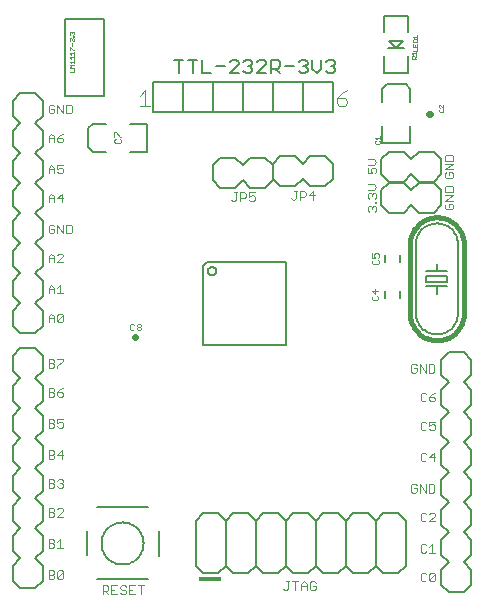
<source format=gto>
G75*
G70*
%OFA0B0*%
%FSLAX24Y24*%
%IPPOS*%
%LPD*%
%AMOC8*
5,1,8,0,0,1.08239X$1,22.5*
%
%ADD10C,0.0030*%
%ADD11C,0.0040*%
%ADD12R,0.0720X0.0160*%
%ADD13C,0.0060*%
%ADD14C,0.0160*%
%ADD15C,0.0020*%
%ADD16C,0.0080*%
%ADD17C,0.0010*%
%ADD18C,0.0220*%
%ADD19C,0.0050*%
D10*
X002341Y000956D02*
X002486Y000956D01*
X002535Y001004D01*
X002535Y001053D01*
X002486Y001101D01*
X002341Y001101D01*
X002341Y000956D02*
X002341Y001246D01*
X002486Y001246D01*
X002535Y001198D01*
X002535Y001150D01*
X002486Y001101D01*
X002636Y001004D02*
X002829Y001198D01*
X002829Y001004D01*
X002781Y000956D01*
X002684Y000956D01*
X002636Y001004D01*
X002636Y001198D01*
X002684Y001246D01*
X002781Y001246D01*
X002829Y001198D01*
X002829Y001996D02*
X002636Y001996D01*
X002733Y001996D02*
X002733Y002286D01*
X002636Y002190D01*
X002535Y002190D02*
X002535Y002238D01*
X002486Y002286D01*
X002341Y002286D01*
X002341Y001996D01*
X002486Y001996D01*
X002535Y002044D01*
X002535Y002093D01*
X002486Y002141D01*
X002341Y002141D01*
X002486Y002141D02*
X002535Y002190D01*
X002486Y003036D02*
X002341Y003036D01*
X002341Y003326D01*
X002486Y003326D01*
X002535Y003278D01*
X002535Y003230D01*
X002486Y003181D01*
X002341Y003181D01*
X002486Y003181D02*
X002535Y003133D01*
X002535Y003084D01*
X002486Y003036D01*
X002636Y003036D02*
X002829Y003230D01*
X002829Y003278D01*
X002781Y003326D01*
X002684Y003326D01*
X002636Y003278D01*
X002636Y003036D02*
X002829Y003036D01*
X002781Y003996D02*
X002684Y003996D01*
X002636Y004044D01*
X002535Y004044D02*
X002535Y004093D01*
X002486Y004141D01*
X002341Y004141D01*
X002341Y003996D02*
X002486Y003996D01*
X002535Y004044D01*
X002486Y004141D02*
X002535Y004190D01*
X002535Y004238D01*
X002486Y004286D01*
X002341Y004286D01*
X002341Y003996D01*
X002636Y004238D02*
X002684Y004286D01*
X002781Y004286D01*
X002829Y004238D01*
X002829Y004190D01*
X002781Y004141D01*
X002829Y004093D01*
X002829Y004044D01*
X002781Y003996D01*
X002781Y004141D02*
X002733Y004141D01*
X002781Y004956D02*
X002781Y005246D01*
X002636Y005101D01*
X002829Y005101D01*
X002535Y005053D02*
X002535Y005004D01*
X002486Y004956D01*
X002341Y004956D01*
X002341Y005246D01*
X002486Y005246D01*
X002535Y005198D01*
X002535Y005150D01*
X002486Y005101D01*
X002341Y005101D01*
X002486Y005101D02*
X002535Y005053D01*
X002486Y005996D02*
X002341Y005996D01*
X002341Y006286D01*
X002486Y006286D01*
X002535Y006238D01*
X002535Y006190D01*
X002486Y006141D01*
X002341Y006141D01*
X002486Y006141D02*
X002535Y006093D01*
X002535Y006044D01*
X002486Y005996D01*
X002636Y006044D02*
X002684Y005996D01*
X002781Y005996D01*
X002829Y006044D01*
X002829Y006141D01*
X002781Y006190D01*
X002733Y006190D01*
X002636Y006141D01*
X002636Y006286D01*
X002829Y006286D01*
X002781Y007036D02*
X002684Y007036D01*
X002636Y007084D01*
X002636Y007181D01*
X002781Y007181D01*
X002829Y007133D01*
X002829Y007084D01*
X002781Y007036D01*
X002636Y007181D02*
X002733Y007278D01*
X002829Y007326D01*
X002535Y007278D02*
X002535Y007230D01*
X002486Y007181D01*
X002341Y007181D01*
X002341Y007036D02*
X002486Y007036D01*
X002535Y007084D01*
X002535Y007133D01*
X002486Y007181D01*
X002535Y007278D02*
X002486Y007326D01*
X002341Y007326D01*
X002341Y007036D01*
X002341Y007996D02*
X002486Y007996D01*
X002535Y008044D01*
X002535Y008093D01*
X002486Y008141D01*
X002341Y008141D01*
X002341Y007996D02*
X002341Y008286D01*
X002486Y008286D01*
X002535Y008238D01*
X002535Y008190D01*
X002486Y008141D01*
X002636Y008044D02*
X002636Y007996D01*
X002636Y008044D02*
X002829Y008238D01*
X002829Y008286D01*
X002636Y008286D01*
X002684Y009516D02*
X002636Y009564D01*
X002829Y009758D01*
X002829Y009564D01*
X002781Y009516D01*
X002684Y009516D01*
X002636Y009564D02*
X002636Y009758D01*
X002684Y009806D01*
X002781Y009806D01*
X002829Y009758D01*
X002535Y009710D02*
X002535Y009516D01*
X002535Y009661D02*
X002341Y009661D01*
X002341Y009710D02*
X002438Y009806D01*
X002535Y009710D01*
X002341Y009710D02*
X002341Y009516D01*
X002341Y010476D02*
X002341Y010670D01*
X002438Y010766D01*
X002535Y010670D01*
X002535Y010476D01*
X002636Y010476D02*
X002829Y010476D01*
X002733Y010476D02*
X002733Y010766D01*
X002636Y010670D01*
X002535Y010621D02*
X002341Y010621D01*
X002341Y011516D02*
X002341Y011710D01*
X002438Y011806D01*
X002535Y011710D01*
X002535Y011516D01*
X002636Y011516D02*
X002829Y011710D01*
X002829Y011758D01*
X002781Y011806D01*
X002684Y011806D01*
X002636Y011758D01*
X002535Y011661D02*
X002341Y011661D01*
X002636Y011516D02*
X002829Y011516D01*
X002829Y012476D02*
X002829Y012766D01*
X002931Y012766D02*
X002931Y012476D01*
X003076Y012476D01*
X003124Y012524D01*
X003124Y012718D01*
X003076Y012766D01*
X002931Y012766D01*
X002636Y012766D02*
X002829Y012476D01*
X002636Y012476D02*
X002636Y012766D01*
X002535Y012718D02*
X002486Y012766D01*
X002390Y012766D01*
X002341Y012718D01*
X002341Y012524D01*
X002390Y012476D01*
X002486Y012476D01*
X002535Y012524D01*
X002535Y012621D01*
X002438Y012621D01*
X002341Y013516D02*
X002341Y013710D01*
X002438Y013806D01*
X002535Y013710D01*
X002535Y013516D01*
X002535Y013661D02*
X002341Y013661D01*
X002636Y013661D02*
X002829Y013661D01*
X002781Y013516D02*
X002781Y013806D01*
X002636Y013661D01*
X002684Y014476D02*
X002636Y014524D01*
X002684Y014476D02*
X002781Y014476D01*
X002829Y014524D01*
X002829Y014621D01*
X002781Y014670D01*
X002733Y014670D01*
X002636Y014621D01*
X002636Y014766D01*
X002829Y014766D01*
X002535Y014670D02*
X002535Y014476D01*
X002535Y014621D02*
X002341Y014621D01*
X002341Y014670D02*
X002438Y014766D01*
X002535Y014670D01*
X002341Y014670D02*
X002341Y014476D01*
X002341Y015516D02*
X002341Y015710D01*
X002438Y015806D01*
X002535Y015710D01*
X002535Y015516D01*
X002636Y015564D02*
X002636Y015661D01*
X002781Y015661D01*
X002829Y015613D01*
X002829Y015564D01*
X002781Y015516D01*
X002684Y015516D01*
X002636Y015564D01*
X002636Y015661D02*
X002733Y015758D01*
X002829Y015806D01*
X002535Y015661D02*
X002341Y015661D01*
X002390Y016476D02*
X002341Y016524D01*
X002341Y016718D01*
X002390Y016766D01*
X002486Y016766D01*
X002535Y016718D01*
X002535Y016621D02*
X002438Y016621D01*
X002535Y016621D02*
X002535Y016524D01*
X002486Y016476D01*
X002390Y016476D01*
X002636Y016476D02*
X002636Y016766D01*
X002829Y016476D01*
X002829Y016766D01*
X002931Y016766D02*
X002931Y016476D01*
X003076Y016476D01*
X003124Y016524D01*
X003124Y016718D01*
X003076Y016766D01*
X002931Y016766D01*
X008431Y013604D02*
X008480Y013556D01*
X008528Y013556D01*
X008576Y013604D01*
X008576Y013846D01*
X008528Y013846D02*
X008625Y013846D01*
X008726Y013846D02*
X008871Y013846D01*
X008919Y013798D01*
X008919Y013701D01*
X008871Y013653D01*
X008726Y013653D01*
X008726Y013556D02*
X008726Y013846D01*
X009021Y013846D02*
X009021Y013701D01*
X009117Y013750D01*
X009166Y013750D01*
X009214Y013701D01*
X009214Y013604D01*
X009166Y013556D01*
X009069Y013556D01*
X009021Y013604D01*
X009021Y013846D02*
X009214Y013846D01*
X010431Y013644D02*
X010480Y013596D01*
X010528Y013596D01*
X010576Y013644D01*
X010576Y013886D01*
X010528Y013886D02*
X010625Y013886D01*
X010726Y013886D02*
X010726Y013596D01*
X010726Y013693D02*
X010871Y013693D01*
X010919Y013741D01*
X010919Y013838D01*
X010871Y013886D01*
X010726Y013886D01*
X011021Y013741D02*
X011214Y013741D01*
X011166Y013596D02*
X011166Y013886D01*
X011021Y013741D01*
X012981Y013783D02*
X013029Y013832D01*
X013078Y013832D01*
X013126Y013783D01*
X013175Y013832D01*
X013223Y013832D01*
X013271Y013783D01*
X013271Y013686D01*
X013223Y013638D01*
X013223Y013539D02*
X013271Y013539D01*
X013271Y013491D01*
X013223Y013491D01*
X013223Y013539D01*
X013223Y013390D02*
X013175Y013390D01*
X013126Y013341D01*
X013126Y013293D01*
X013126Y013341D02*
X013078Y013390D01*
X013029Y013390D01*
X012981Y013341D01*
X012981Y013244D01*
X013029Y013196D01*
X013223Y013196D02*
X013271Y013244D01*
X013271Y013341D01*
X013223Y013390D01*
X013126Y013735D02*
X013126Y013783D01*
X012981Y013783D02*
X012981Y013686D01*
X013029Y013638D01*
X012981Y013933D02*
X013175Y013933D01*
X013271Y014029D01*
X013175Y014126D01*
X012981Y014126D01*
X012981Y014476D02*
X013126Y014476D01*
X013078Y014573D01*
X013078Y014621D01*
X013126Y014670D01*
X013223Y014670D01*
X013271Y014621D01*
X013271Y014524D01*
X013223Y014476D01*
X013175Y014771D02*
X013271Y014867D01*
X013175Y014964D01*
X012981Y014964D01*
X012981Y014771D02*
X013175Y014771D01*
X012981Y014670D02*
X012981Y014476D01*
X015541Y014461D02*
X015541Y014364D01*
X015589Y014316D01*
X015783Y014316D01*
X015831Y014364D01*
X015831Y014461D01*
X015783Y014510D01*
X015686Y014510D01*
X015686Y014413D01*
X015589Y014510D02*
X015541Y014461D01*
X015541Y014611D02*
X015831Y014804D01*
X015541Y014804D01*
X015541Y014905D02*
X015541Y015051D01*
X015589Y015099D01*
X015783Y015099D01*
X015831Y015051D01*
X015831Y014905D01*
X015541Y014905D01*
X015541Y014611D02*
X015831Y014611D01*
X015783Y014059D02*
X015589Y014059D01*
X015541Y014011D01*
X015541Y013865D01*
X015831Y013865D01*
X015831Y014011D01*
X015783Y014059D01*
X015831Y013764D02*
X015541Y013764D01*
X015541Y013571D02*
X015831Y013764D01*
X015831Y013571D02*
X015541Y013571D01*
X015589Y013470D02*
X015541Y013421D01*
X015541Y013324D01*
X015589Y013276D01*
X015783Y013276D01*
X015831Y013324D01*
X015831Y013421D01*
X015783Y013470D01*
X015686Y013470D01*
X015686Y013373D01*
X015156Y008126D02*
X015011Y008126D01*
X015011Y007836D01*
X015156Y007836D01*
X015204Y007884D01*
X015204Y008078D01*
X015156Y008126D01*
X014909Y008126D02*
X014909Y007836D01*
X014716Y008126D01*
X014716Y007836D01*
X014615Y007884D02*
X014615Y007981D01*
X014518Y007981D01*
X014421Y008078D02*
X014421Y007884D01*
X014470Y007836D01*
X014566Y007836D01*
X014615Y007884D01*
X014615Y008078D02*
X014566Y008126D01*
X014470Y008126D01*
X014421Y008078D01*
X014790Y007166D02*
X014741Y007118D01*
X014741Y006924D01*
X014790Y006876D01*
X014886Y006876D01*
X014935Y006924D01*
X015036Y006924D02*
X015084Y006876D01*
X015181Y006876D01*
X015229Y006924D01*
X015229Y006973D01*
X015181Y007021D01*
X015036Y007021D01*
X015036Y006924D01*
X015036Y007021D02*
X015133Y007118D01*
X015229Y007166D01*
X014935Y007118D02*
X014886Y007166D01*
X014790Y007166D01*
X014790Y006206D02*
X014741Y006158D01*
X014741Y005964D01*
X014790Y005916D01*
X014886Y005916D01*
X014935Y005964D01*
X015036Y005964D02*
X015084Y005916D01*
X015181Y005916D01*
X015229Y005964D01*
X015229Y006061D01*
X015181Y006110D01*
X015133Y006110D01*
X015036Y006061D01*
X015036Y006206D01*
X015229Y006206D01*
X014935Y006158D02*
X014886Y006206D01*
X014790Y006206D01*
X014790Y005166D02*
X014741Y005118D01*
X014741Y004924D01*
X014790Y004876D01*
X014886Y004876D01*
X014935Y004924D01*
X015036Y005021D02*
X015229Y005021D01*
X015181Y004876D02*
X015181Y005166D01*
X015036Y005021D01*
X014935Y005118D02*
X014886Y005166D01*
X014790Y005166D01*
X014716Y004126D02*
X014909Y003836D01*
X014909Y004126D01*
X015011Y004126D02*
X015156Y004126D01*
X015204Y004078D01*
X015204Y003884D01*
X015156Y003836D01*
X015011Y003836D01*
X015011Y004126D01*
X014716Y004126D02*
X014716Y003836D01*
X014615Y003884D02*
X014615Y003981D01*
X014518Y003981D01*
X014421Y003884D02*
X014470Y003836D01*
X014566Y003836D01*
X014615Y003884D01*
X014421Y003884D02*
X014421Y004078D01*
X014470Y004126D01*
X014566Y004126D01*
X014615Y004078D01*
X014790Y003166D02*
X014741Y003118D01*
X014741Y002924D01*
X014790Y002876D01*
X014886Y002876D01*
X014935Y002924D01*
X015036Y002876D02*
X015229Y003070D01*
X015229Y003118D01*
X015181Y003166D01*
X015084Y003166D01*
X015036Y003118D01*
X014935Y003118D02*
X014886Y003166D01*
X014790Y003166D01*
X015036Y002876D02*
X015229Y002876D01*
X015133Y002126D02*
X015036Y002030D01*
X014935Y002078D02*
X014886Y002126D01*
X014790Y002126D01*
X014741Y002078D01*
X014741Y001884D01*
X014790Y001836D01*
X014886Y001836D01*
X014935Y001884D01*
X015036Y001836D02*
X015229Y001836D01*
X015133Y001836D02*
X015133Y002126D01*
X015084Y001166D02*
X015181Y001166D01*
X015229Y001118D01*
X015036Y000924D01*
X015084Y000876D01*
X015181Y000876D01*
X015229Y000924D01*
X015229Y001118D01*
X015084Y001166D02*
X015036Y001118D01*
X015036Y000924D01*
X014935Y000924D02*
X014886Y000876D01*
X014790Y000876D01*
X014741Y000924D01*
X014741Y001118D01*
X014790Y001166D01*
X014886Y001166D01*
X014935Y001118D01*
X011240Y000828D02*
X011192Y000876D01*
X011095Y000876D01*
X011047Y000828D01*
X011047Y000634D01*
X011095Y000586D01*
X011192Y000586D01*
X011240Y000634D01*
X011240Y000731D01*
X011143Y000731D01*
X010945Y000731D02*
X010752Y000731D01*
X010752Y000780D02*
X010849Y000876D01*
X010945Y000780D01*
X010945Y000586D01*
X010752Y000586D02*
X010752Y000780D01*
X010651Y000876D02*
X010457Y000876D01*
X010554Y000876D02*
X010554Y000586D01*
X010308Y000634D02*
X010308Y000876D01*
X010356Y000876D02*
X010259Y000876D01*
X010308Y000634D02*
X010259Y000586D01*
X010211Y000586D01*
X010163Y000634D01*
X005513Y000746D02*
X005320Y000746D01*
X005417Y000746D02*
X005417Y000456D01*
X005219Y000456D02*
X005025Y000456D01*
X005025Y000746D01*
X005219Y000746D01*
X005122Y000601D02*
X005025Y000601D01*
X004924Y000553D02*
X004924Y000504D01*
X004876Y000456D01*
X004779Y000456D01*
X004731Y000504D01*
X004779Y000601D02*
X004731Y000650D01*
X004731Y000698D01*
X004779Y000746D01*
X004876Y000746D01*
X004924Y000698D01*
X004876Y000601D02*
X004924Y000553D01*
X004876Y000601D02*
X004779Y000601D01*
X004629Y000456D02*
X004436Y000456D01*
X004436Y000746D01*
X004629Y000746D01*
X004533Y000601D02*
X004436Y000601D01*
X004335Y000601D02*
X004335Y000698D01*
X004286Y000746D01*
X004141Y000746D01*
X004141Y000456D01*
X004141Y000553D02*
X004286Y000553D01*
X004335Y000601D01*
X004238Y000553D02*
X004335Y000456D01*
D11*
X005386Y016721D02*
X005733Y016721D01*
X005560Y016721D02*
X005560Y017242D01*
X005386Y017068D01*
X011946Y016981D02*
X011946Y016808D01*
X012033Y016721D01*
X012206Y016721D01*
X012293Y016808D01*
X012293Y016895D01*
X012206Y016981D01*
X011946Y016981D01*
X012120Y017155D01*
X012293Y017242D01*
D12*
X007726Y000941D03*
D13*
X007496Y001141D02*
X007996Y001141D01*
X008246Y001391D01*
X008246Y002891D01*
X008496Y003141D01*
X008996Y003141D01*
X009246Y002891D01*
X009246Y001391D01*
X009496Y001141D01*
X009996Y001141D01*
X010246Y001391D01*
X010246Y002891D01*
X010496Y003141D01*
X010996Y003141D01*
X011246Y002891D01*
X011246Y001391D01*
X011496Y001141D01*
X011996Y001141D01*
X012246Y001391D01*
X012246Y002891D01*
X012496Y003141D01*
X012996Y003141D01*
X013246Y002891D01*
X013496Y003141D01*
X013996Y003141D01*
X014246Y002891D01*
X014246Y001391D01*
X013996Y001141D01*
X013496Y001141D01*
X013246Y001391D01*
X013246Y002891D01*
X012246Y002891D02*
X011996Y003141D01*
X011496Y003141D01*
X011246Y002891D01*
X010246Y002891D02*
X009996Y003141D01*
X009496Y003141D01*
X009246Y002891D01*
X008246Y002891D02*
X007996Y003141D01*
X007496Y003141D01*
X007246Y002891D01*
X007246Y001391D01*
X007496Y001141D01*
X008246Y001391D02*
X008496Y001141D01*
X008996Y001141D01*
X009246Y001391D01*
X010246Y001391D02*
X010496Y001141D01*
X010996Y001141D01*
X011246Y001391D01*
X012246Y001391D02*
X012496Y001141D01*
X012996Y001141D01*
X013246Y001391D01*
X010246Y008761D02*
X007486Y008761D01*
X007486Y011381D01*
X007626Y011521D01*
X010246Y011521D01*
X010246Y008761D01*
X007645Y011221D02*
X007647Y011244D01*
X007653Y011267D01*
X007662Y011288D01*
X007675Y011308D01*
X007691Y011325D01*
X007709Y011339D01*
X007729Y011350D01*
X007751Y011358D01*
X007774Y011362D01*
X007798Y011362D01*
X007821Y011358D01*
X007843Y011350D01*
X007863Y011339D01*
X007881Y011325D01*
X007897Y011308D01*
X007910Y011288D01*
X007919Y011267D01*
X007925Y011244D01*
X007927Y011221D01*
X007925Y011198D01*
X007919Y011175D01*
X007910Y011154D01*
X007897Y011134D01*
X007881Y011117D01*
X007863Y011103D01*
X007843Y011092D01*
X007821Y011084D01*
X007798Y011080D01*
X007774Y011080D01*
X007751Y011084D01*
X007729Y011092D01*
X007709Y011103D01*
X007691Y011117D01*
X007675Y011134D01*
X007662Y011154D01*
X007653Y011175D01*
X007647Y011198D01*
X007645Y011221D01*
X007806Y016511D02*
X006806Y016511D01*
X006806Y017511D01*
X007806Y017511D01*
X008806Y017511D01*
X009806Y017511D01*
X010806Y017511D01*
X011806Y017511D01*
X011806Y016511D01*
X010806Y016511D01*
X010806Y017511D01*
X010806Y016511D02*
X009806Y016511D01*
X009806Y017511D01*
X009806Y016511D02*
X008806Y016511D01*
X008806Y017511D01*
X007806Y017511D02*
X007806Y016511D01*
X008806Y016511D01*
X006806Y016511D02*
X005806Y016511D01*
X005806Y017511D01*
X006806Y017511D01*
X013570Y011749D02*
X013570Y011513D01*
X014043Y011513D02*
X014043Y011749D01*
X014586Y012111D02*
X014586Y009811D01*
X014588Y009760D01*
X014593Y009709D01*
X014603Y009659D01*
X014616Y009609D01*
X014632Y009561D01*
X014652Y009514D01*
X014676Y009468D01*
X014702Y009425D01*
X014732Y009383D01*
X014765Y009344D01*
X014800Y009307D01*
X014838Y009273D01*
X014879Y009242D01*
X014921Y009213D01*
X014966Y009188D01*
X015012Y009167D01*
X015060Y009148D01*
X015109Y009134D01*
X015159Y009123D01*
X015209Y009115D01*
X015260Y009111D01*
X015312Y009111D01*
X015363Y009115D01*
X015413Y009123D01*
X015463Y009134D01*
X015512Y009148D01*
X015560Y009167D01*
X015606Y009188D01*
X015651Y009213D01*
X015693Y009242D01*
X015734Y009273D01*
X015772Y009307D01*
X015807Y009344D01*
X015840Y009383D01*
X015870Y009425D01*
X015896Y009468D01*
X015920Y009514D01*
X015940Y009561D01*
X015956Y009609D01*
X015969Y009659D01*
X015979Y009709D01*
X015984Y009760D01*
X015986Y009811D01*
X015986Y012111D01*
X015984Y012162D01*
X015979Y012213D01*
X015969Y012263D01*
X015956Y012313D01*
X015940Y012361D01*
X015920Y012408D01*
X015896Y012454D01*
X015870Y012497D01*
X015840Y012539D01*
X015807Y012578D01*
X015772Y012615D01*
X015734Y012649D01*
X015693Y012680D01*
X015651Y012709D01*
X015606Y012734D01*
X015560Y012755D01*
X015512Y012774D01*
X015463Y012788D01*
X015413Y012799D01*
X015363Y012807D01*
X015312Y012811D01*
X015260Y012811D01*
X015209Y012807D01*
X015159Y012799D01*
X015109Y012788D01*
X015060Y012774D01*
X015012Y012755D01*
X014966Y012734D01*
X014921Y012709D01*
X014879Y012680D01*
X014838Y012649D01*
X014800Y012615D01*
X014765Y012578D01*
X014732Y012539D01*
X014702Y012497D01*
X014676Y012454D01*
X014652Y012408D01*
X014632Y012361D01*
X014616Y012313D01*
X014603Y012263D01*
X014593Y012213D01*
X014588Y012162D01*
X014586Y012111D01*
X015286Y011461D02*
X015286Y011211D01*
X015636Y011211D01*
X015636Y011061D02*
X015636Y010861D01*
X014936Y010861D01*
X014936Y011061D01*
X015636Y011061D01*
X015636Y010711D02*
X015286Y010711D01*
X015286Y010461D01*
X015286Y010711D02*
X014936Y010711D01*
X014936Y011211D02*
X015286Y011211D01*
X014043Y010559D02*
X014043Y010323D01*
X013570Y010323D02*
X013570Y010559D01*
D14*
X014386Y009811D02*
X014386Y012111D01*
X014388Y012170D01*
X014394Y012228D01*
X014403Y012287D01*
X014417Y012344D01*
X014434Y012400D01*
X014455Y012455D01*
X014479Y012509D01*
X014507Y012561D01*
X014538Y012611D01*
X014572Y012659D01*
X014609Y012704D01*
X014650Y012747D01*
X014693Y012788D01*
X014738Y012825D01*
X014786Y012859D01*
X014836Y012890D01*
X014888Y012918D01*
X014942Y012942D01*
X014997Y012963D01*
X015053Y012980D01*
X015110Y012994D01*
X015169Y013003D01*
X015227Y013009D01*
X015286Y013011D01*
X015345Y013009D01*
X015403Y013003D01*
X015462Y012994D01*
X015519Y012980D01*
X015575Y012963D01*
X015630Y012942D01*
X015684Y012918D01*
X015736Y012890D01*
X015786Y012859D01*
X015834Y012825D01*
X015879Y012788D01*
X015922Y012747D01*
X015963Y012704D01*
X016000Y012659D01*
X016034Y012611D01*
X016065Y012561D01*
X016093Y012509D01*
X016117Y012455D01*
X016138Y012400D01*
X016155Y012344D01*
X016169Y012287D01*
X016178Y012228D01*
X016184Y012170D01*
X016186Y012111D01*
X016186Y009811D01*
X016184Y009752D01*
X016178Y009694D01*
X016169Y009635D01*
X016155Y009578D01*
X016138Y009522D01*
X016117Y009467D01*
X016093Y009413D01*
X016065Y009361D01*
X016034Y009311D01*
X016000Y009263D01*
X015963Y009218D01*
X015922Y009175D01*
X015879Y009134D01*
X015834Y009097D01*
X015786Y009063D01*
X015736Y009032D01*
X015684Y009004D01*
X015630Y008980D01*
X015575Y008959D01*
X015519Y008942D01*
X015462Y008928D01*
X015403Y008919D01*
X015345Y008913D01*
X015286Y008911D01*
X015227Y008913D01*
X015169Y008919D01*
X015110Y008928D01*
X015053Y008942D01*
X014997Y008959D01*
X014942Y008980D01*
X014888Y009004D01*
X014836Y009032D01*
X014786Y009063D01*
X014738Y009097D01*
X014693Y009134D01*
X014650Y009175D01*
X014609Y009218D01*
X014572Y009263D01*
X014538Y009311D01*
X014507Y009361D01*
X014479Y009413D01*
X014455Y009467D01*
X014434Y009522D01*
X014417Y009578D01*
X014403Y009635D01*
X014394Y009694D01*
X014388Y009752D01*
X014386Y009811D01*
D15*
X013336Y010278D02*
X013336Y010351D01*
X013300Y010388D01*
X013226Y010462D02*
X013226Y010609D01*
X013336Y010572D02*
X013116Y010572D01*
X013226Y010462D01*
X013153Y010388D02*
X013116Y010351D01*
X013116Y010278D01*
X013153Y010241D01*
X013300Y010241D01*
X013336Y010278D01*
X013310Y011441D02*
X013163Y011441D01*
X013126Y011478D01*
X013126Y011551D01*
X013163Y011588D01*
X013126Y011662D02*
X013236Y011662D01*
X013200Y011735D01*
X013200Y011772D01*
X013236Y011809D01*
X013310Y011809D01*
X013346Y011772D01*
X013346Y011699D01*
X013310Y011662D01*
X013310Y011588D02*
X013346Y011551D01*
X013346Y011478D01*
X013310Y011441D01*
X013126Y011662D02*
X013126Y011809D01*
X005424Y009435D02*
X005424Y009398D01*
X005387Y009361D01*
X005314Y009361D01*
X005277Y009398D01*
X005277Y009435D01*
X005314Y009471D01*
X005387Y009471D01*
X005424Y009435D01*
X005387Y009361D02*
X005424Y009324D01*
X005424Y009288D01*
X005387Y009251D01*
X005314Y009251D01*
X005277Y009288D01*
X005277Y009324D01*
X005314Y009361D01*
X005203Y009288D02*
X005166Y009251D01*
X005093Y009251D01*
X005056Y009288D01*
X005056Y009435D01*
X005093Y009471D01*
X005166Y009471D01*
X005203Y009435D01*
X004720Y015481D02*
X004573Y015481D01*
X004536Y015518D01*
X004536Y015591D01*
X004573Y015628D01*
X004536Y015702D02*
X004536Y015849D01*
X004573Y015849D01*
X004720Y015702D01*
X004756Y015702D01*
X004720Y015628D02*
X004756Y015591D01*
X004756Y015518D01*
X004720Y015481D01*
D16*
X001146Y001391D02*
X001146Y000891D01*
X001396Y000641D01*
X001896Y000641D01*
X002146Y000891D01*
X002146Y001391D01*
X001896Y001641D01*
X002146Y001891D01*
X002146Y002391D01*
X001896Y002641D01*
X002146Y002891D01*
X002146Y003391D01*
X001896Y003641D01*
X002146Y003891D01*
X002146Y004391D01*
X001896Y004641D01*
X002146Y004891D01*
X002146Y005391D01*
X001896Y005641D01*
X002146Y005891D01*
X002146Y006391D01*
X001896Y006641D01*
X002146Y006891D01*
X002146Y007391D01*
X001896Y007641D01*
X002146Y007891D01*
X002146Y008391D01*
X001896Y008641D01*
X001396Y008641D01*
X001146Y008391D01*
X001146Y007891D01*
X001396Y007641D01*
X001146Y007391D01*
X001146Y006891D01*
X001396Y006641D01*
X001146Y006391D01*
X001146Y005891D01*
X001396Y005641D01*
X001146Y005391D01*
X001146Y004891D01*
X001396Y004641D01*
X001146Y004391D01*
X001146Y003891D01*
X001396Y003641D01*
X001146Y003391D01*
X001146Y002891D01*
X001396Y002641D01*
X001146Y002391D01*
X001146Y001891D01*
X001396Y001641D01*
X001146Y001391D01*
X003606Y001748D02*
X003606Y002541D01*
X003956Y003341D02*
X005656Y003341D01*
X006006Y002541D02*
X006006Y001736D01*
X005656Y000941D02*
X003956Y000941D01*
X004106Y002141D02*
X004108Y002193D01*
X004114Y002245D01*
X004124Y002297D01*
X004137Y002347D01*
X004154Y002397D01*
X004175Y002445D01*
X004200Y002491D01*
X004228Y002535D01*
X004259Y002577D01*
X004293Y002617D01*
X004330Y002654D01*
X004370Y002688D01*
X004412Y002719D01*
X004456Y002747D01*
X004502Y002772D01*
X004550Y002793D01*
X004600Y002810D01*
X004650Y002823D01*
X004702Y002833D01*
X004754Y002839D01*
X004806Y002841D01*
X004858Y002839D01*
X004910Y002833D01*
X004962Y002823D01*
X005012Y002810D01*
X005062Y002793D01*
X005110Y002772D01*
X005156Y002747D01*
X005200Y002719D01*
X005242Y002688D01*
X005282Y002654D01*
X005319Y002617D01*
X005353Y002577D01*
X005384Y002535D01*
X005412Y002491D01*
X005437Y002445D01*
X005458Y002397D01*
X005475Y002347D01*
X005488Y002297D01*
X005498Y002245D01*
X005504Y002193D01*
X005506Y002141D01*
X005504Y002089D01*
X005498Y002037D01*
X005488Y001985D01*
X005475Y001935D01*
X005458Y001885D01*
X005437Y001837D01*
X005412Y001791D01*
X005384Y001747D01*
X005353Y001705D01*
X005319Y001665D01*
X005282Y001628D01*
X005242Y001594D01*
X005200Y001563D01*
X005156Y001535D01*
X005110Y001510D01*
X005062Y001489D01*
X005012Y001472D01*
X004962Y001459D01*
X004910Y001449D01*
X004858Y001443D01*
X004806Y001441D01*
X004754Y001443D01*
X004702Y001449D01*
X004650Y001459D01*
X004600Y001472D01*
X004550Y001489D01*
X004502Y001510D01*
X004456Y001535D01*
X004412Y001563D01*
X004370Y001594D01*
X004330Y001628D01*
X004293Y001665D01*
X004259Y001705D01*
X004228Y001747D01*
X004200Y001791D01*
X004175Y001837D01*
X004154Y001885D01*
X004137Y001935D01*
X004124Y001985D01*
X004114Y002037D01*
X004108Y002089D01*
X004106Y002141D01*
X001896Y009141D02*
X001396Y009141D01*
X001146Y009391D01*
X001146Y009891D01*
X001396Y010141D01*
X001146Y010391D01*
X001146Y010891D01*
X001396Y011141D01*
X001146Y011391D01*
X001146Y011891D01*
X001396Y012141D01*
X001146Y012391D01*
X001146Y012891D01*
X001396Y013141D01*
X001146Y013391D01*
X001146Y013891D01*
X001396Y014141D01*
X001146Y014391D01*
X001146Y014891D01*
X001396Y015141D01*
X001146Y015391D01*
X001146Y015891D01*
X001396Y016141D01*
X001146Y016391D01*
X001146Y016891D01*
X001396Y017141D01*
X001896Y017141D01*
X002146Y016891D01*
X002146Y016391D01*
X001896Y016141D01*
X002146Y015891D01*
X002146Y015391D01*
X001896Y015141D01*
X002146Y014891D01*
X002146Y014391D01*
X001896Y014141D01*
X002146Y013891D01*
X002146Y013391D01*
X001896Y013141D01*
X002146Y012891D01*
X002146Y012391D01*
X001896Y012141D01*
X002146Y011891D01*
X002146Y011391D01*
X001896Y011141D01*
X002146Y010891D01*
X002146Y010391D01*
X001896Y010141D01*
X002146Y009891D01*
X002146Y009391D01*
X001896Y009141D01*
X003820Y015189D02*
X004253Y015189D01*
X003820Y015189D02*
X003662Y015346D01*
X003662Y015976D01*
X003820Y016134D01*
X004253Y016134D01*
X005040Y016134D02*
X005631Y016134D01*
X005631Y015189D01*
X005040Y015189D01*
X004186Y017041D02*
X002886Y017041D01*
X002886Y019621D01*
X004186Y019621D01*
X004186Y017041D01*
X007806Y014751D02*
X007806Y014251D01*
X008056Y014001D01*
X008556Y014001D01*
X008806Y014251D01*
X009056Y014001D01*
X009556Y014001D01*
X009806Y014251D01*
X009806Y014751D01*
X009556Y015001D01*
X009056Y015001D01*
X008806Y014751D01*
X008556Y015001D01*
X008056Y015001D01*
X007806Y014751D01*
X009806Y014791D02*
X009806Y014291D01*
X010056Y014041D01*
X010556Y014041D01*
X010806Y014291D01*
X011056Y014041D01*
X011556Y014041D01*
X011806Y014291D01*
X011806Y014791D01*
X011556Y015041D01*
X011056Y015041D01*
X010806Y014791D01*
X010556Y015041D01*
X010056Y015041D01*
X009806Y014791D01*
X013426Y014951D02*
X013426Y014451D01*
X013676Y014201D01*
X014176Y014201D01*
X014426Y014451D01*
X014676Y014201D01*
X015176Y014201D01*
X015426Y014451D01*
X015426Y014951D01*
X015176Y015201D01*
X014676Y015201D01*
X014426Y014951D01*
X014176Y015201D01*
X013676Y015201D01*
X013426Y014951D01*
X013454Y015477D02*
X013454Y016067D01*
X013454Y015477D02*
X014399Y015477D01*
X014399Y016067D01*
X014399Y016855D02*
X014399Y017288D01*
X014241Y017445D01*
X013611Y017445D01*
X013454Y017288D01*
X013454Y016855D01*
X013533Y017836D02*
X013533Y018387D01*
X013651Y018663D02*
X013926Y018663D01*
X013690Y018899D01*
X014163Y018899D01*
X013926Y018663D01*
X014202Y018663D01*
X014320Y018387D02*
X014320Y017836D01*
X013533Y017836D01*
X013533Y019175D02*
X013533Y019726D01*
X014320Y019726D01*
X014320Y019175D01*
X014176Y014161D02*
X013676Y014161D01*
X013426Y013911D01*
X013426Y013411D01*
X013676Y013161D01*
X014176Y013161D01*
X014426Y013411D01*
X014676Y013161D01*
X015176Y013161D01*
X015426Y013411D01*
X015426Y013911D01*
X015176Y014161D01*
X014676Y014161D01*
X014426Y013911D01*
X014176Y014161D01*
X015676Y008521D02*
X016176Y008521D01*
X016426Y008271D01*
X016426Y007771D01*
X016176Y007521D01*
X016426Y007271D01*
X016426Y006771D01*
X016176Y006521D01*
X016426Y006271D01*
X016426Y005771D01*
X016176Y005521D01*
X016426Y005271D01*
X016426Y004771D01*
X016176Y004521D01*
X016426Y004271D01*
X016426Y003771D01*
X016176Y003521D01*
X016426Y003271D01*
X016426Y002771D01*
X016176Y002521D01*
X016426Y002271D01*
X016426Y001771D01*
X016176Y001521D01*
X016426Y001271D01*
X016426Y000771D01*
X016176Y000521D01*
X015676Y000521D01*
X015426Y000771D01*
X015426Y001271D01*
X015676Y001521D01*
X015426Y001771D01*
X015426Y002271D01*
X015676Y002521D01*
X015426Y002771D01*
X015426Y003271D01*
X015676Y003521D01*
X015426Y003771D01*
X015426Y004271D01*
X015676Y004521D01*
X015426Y004771D01*
X015426Y005271D01*
X015676Y005521D01*
X015426Y005771D01*
X015426Y006271D01*
X015676Y006521D01*
X015426Y006771D01*
X015426Y007271D01*
X015676Y007521D01*
X015426Y007771D01*
X015426Y008271D01*
X015676Y008521D01*
D17*
X013353Y015466D02*
X013378Y015491D01*
X013378Y015541D01*
X013353Y015566D01*
X013378Y015613D02*
X013378Y015714D01*
X013378Y015663D02*
X013227Y015663D01*
X013278Y015613D01*
X013253Y015566D02*
X013227Y015541D01*
X013227Y015491D01*
X013253Y015466D01*
X013353Y015466D01*
X015351Y016546D02*
X015376Y016521D01*
X015476Y016521D01*
X015501Y016546D01*
X015501Y016596D01*
X015476Y016622D01*
X015501Y016669D02*
X015401Y016769D01*
X015376Y016769D01*
X015351Y016744D01*
X015351Y016694D01*
X015376Y016669D01*
X015376Y016622D02*
X015351Y016596D01*
X015351Y016546D01*
X015501Y016669D02*
X015501Y016769D01*
X014591Y018286D02*
X014441Y018286D01*
X014441Y018361D01*
X014466Y018386D01*
X014516Y018386D01*
X014541Y018361D01*
X014541Y018286D01*
X014541Y018336D02*
X014591Y018386D01*
X014591Y018433D02*
X014591Y018534D01*
X014631Y018547D02*
X014631Y018647D01*
X014631Y018694D02*
X014481Y018694D01*
X014481Y018794D01*
X014481Y018841D02*
X014481Y018916D01*
X014506Y018942D01*
X014606Y018942D01*
X014631Y018916D01*
X014631Y018841D01*
X014481Y018841D01*
X014556Y018744D02*
X014556Y018694D01*
X014631Y018694D02*
X014631Y018794D01*
X014631Y018989D02*
X014631Y019089D01*
X014631Y019039D02*
X014481Y019039D01*
X014531Y018989D01*
X014481Y018547D02*
X014631Y018547D01*
X014591Y018483D02*
X014441Y018483D01*
X014491Y018433D01*
X003196Y018440D02*
X003196Y018540D01*
X003196Y018588D02*
X003171Y018588D01*
X003071Y018688D01*
X003046Y018688D01*
X003046Y018588D01*
X003046Y018490D02*
X003196Y018490D01*
X003196Y018393D02*
X003196Y018293D01*
X003196Y018246D02*
X003196Y018146D01*
X003196Y018099D02*
X003046Y018099D01*
X003096Y018048D01*
X003046Y017998D01*
X003196Y017998D01*
X003196Y017951D02*
X003196Y017851D01*
X003046Y017851D01*
X003096Y018146D02*
X003046Y018196D01*
X003196Y018196D01*
X003096Y018293D02*
X003046Y018343D01*
X003196Y018343D01*
X003096Y018440D02*
X003046Y018490D01*
X003121Y018735D02*
X003121Y018835D01*
X003071Y018882D02*
X003046Y018907D01*
X003046Y018957D01*
X003071Y018982D01*
X003096Y018982D01*
X003121Y018957D01*
X003146Y018982D01*
X003171Y018982D01*
X003196Y018957D01*
X003196Y018907D01*
X003171Y018882D01*
X003121Y018932D02*
X003121Y018957D01*
X003171Y019030D02*
X003171Y019055D01*
X003196Y019055D01*
X003196Y019030D01*
X003171Y019030D01*
X003171Y019103D02*
X003196Y019128D01*
X003196Y019178D01*
X003171Y019203D01*
X003146Y019203D01*
X003121Y019178D01*
X003121Y019153D01*
X003121Y019178D02*
X003096Y019203D01*
X003071Y019203D01*
X003046Y019178D01*
X003046Y019128D01*
X003071Y019103D01*
D18*
X005206Y009033D02*
X005206Y009009D01*
X015034Y016461D02*
X015058Y016461D01*
D19*
X011895Y017891D02*
X011820Y017816D01*
X011670Y017816D01*
X011595Y017891D01*
X011435Y017966D02*
X011435Y018266D01*
X011595Y018191D02*
X011670Y018266D01*
X011820Y018266D01*
X011895Y018191D01*
X011895Y018116D01*
X011820Y018041D01*
X011895Y017966D01*
X011895Y017891D01*
X011820Y018041D02*
X011745Y018041D01*
X011435Y017966D02*
X011285Y017816D01*
X011135Y017966D01*
X011135Y018266D01*
X010975Y018191D02*
X010975Y018116D01*
X010900Y018041D01*
X010975Y017966D01*
X010975Y017891D01*
X010900Y017816D01*
X010750Y017816D01*
X010674Y017891D01*
X010825Y018041D02*
X010900Y018041D01*
X010975Y018191D02*
X010900Y018266D01*
X010750Y018266D01*
X010674Y018191D01*
X010514Y018041D02*
X010214Y018041D01*
X010054Y018041D02*
X010054Y018191D01*
X009979Y018266D01*
X009754Y018266D01*
X009754Y017816D01*
X009754Y017966D02*
X009979Y017966D01*
X010054Y018041D01*
X009904Y017966D02*
X010054Y017816D01*
X009594Y017816D02*
X009293Y017816D01*
X009594Y018116D01*
X009594Y018191D01*
X009519Y018266D01*
X009368Y018266D01*
X009293Y018191D01*
X009133Y018191D02*
X009058Y018266D01*
X008908Y018266D01*
X008833Y018191D01*
X008673Y018191D02*
X008598Y018266D01*
X008448Y018266D01*
X008373Y018191D01*
X008213Y018041D02*
X007912Y018041D01*
X007752Y017816D02*
X007452Y017816D01*
X007452Y018266D01*
X007292Y018266D02*
X006992Y018266D01*
X007142Y018266D02*
X007142Y017816D01*
X006681Y017816D02*
X006681Y018266D01*
X006531Y018266D02*
X006832Y018266D01*
X008373Y017816D02*
X008673Y018116D01*
X008673Y018191D01*
X008833Y017891D02*
X008908Y017816D01*
X009058Y017816D01*
X009133Y017891D01*
X009133Y017966D01*
X009058Y018041D01*
X008983Y018041D01*
X009058Y018041D02*
X009133Y018116D01*
X009133Y018191D01*
X008673Y017816D02*
X008373Y017816D01*
M02*

</source>
